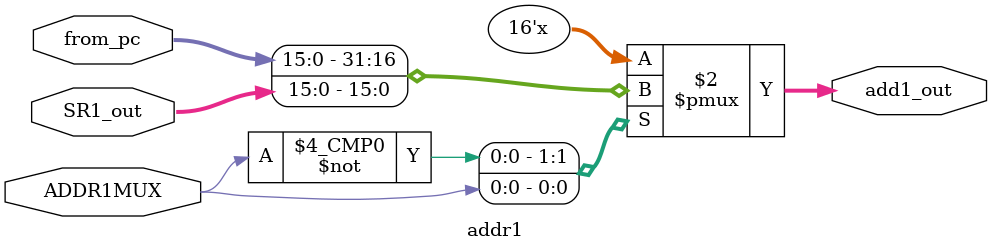
<source format=sv>
module MUX_UNIT(
						input logic[15:0] IR,
						input logic[1:0] ADDR2MUX,
						input logic ADDR1MUX,
						input logic[15:0] from_pc,SR1_out,
						output logic[15:0] MAR_out, to_PC

);
logic[15:0] add2_out, add1_out, addr_sum;
addr2 a2(.IR,.ADDR2MUX,.add2_out);
addr1 a1(.SR1_out,.from_pc,.ADDR1MUX,.add1_out);
//assign addr_sum = add2_out + add1_out;
always_comb
begin
	addr_sum = add2_out + add1_out;
	to_PC = addr_sum;
	MAR_out = addr_sum;
end

endmodule

module addr2(
					input logic[15:0] IR,
					input logic[1:0] ADDR2MUX,
					output logic [15:0] add2_out
		
);
logic[15:0] sext_5,sext_8,sext_10;
assign sext_5 = {{10{IR[5]}},IR[5:0]};
assign sext_8 = {{7{IR[8]}},IR[8:0]};
assign sext_10 = {{5{IR[10]}},IR[10:0]};

always_comb
//			sext_5 = {{10{IR[5]}},IR[5:0]};
//			sext_8 = {{7{IR[8]}},IR[8:0]};
//			sext_10 = {{5{IR[10]}},IR[10:0]};
			begin
			case(ADDR2MUX)
			2'b 00: add2_out = 16'h0000;
			2'b 01: add2_out = sext_5;
			2'b 10: add2_out = sext_8;
			2'b 11: add2_out = sext_10;
			default: add2_out = 16'h0000;
			endcase
			end

endmodule


module addr1(
					input logic[15:0] SR1_out,
					input logic[15:0] from_pc,
					input logic ADDR1MUX,
					output logic[15:0] add1_out
);
always_comb
			begin
			case(ADDR1MUX)
			1'b 0: add1_out = from_pc;
			1'b 1: add1_out = SR1_out;
			default: add1_out = 16'h0000;
			endcase
			end

endmodule

</source>
